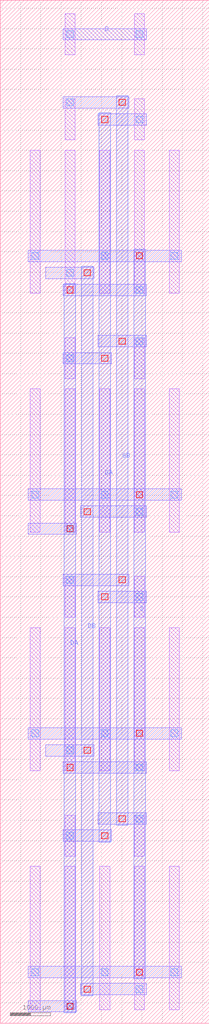
<source format=lef>
MACRO DP_NMOS_B_6171529_X1_Y4
  UNITS 
    DATABASE MICRONS UNITS 1000;
  END UNITS 
  ORIGIN 0 0 ;
  FOREIGN DP_NMOS_B_6171529_X1_Y4 0 0 ;
  SIZE 5160 BY 25200 ;
  PIN B
    DIRECTION INOUT ;
    USE SIGNAL ;
    PORT
      LAYER M2 ;
        RECT 1550 24220 3610 24500 ;
    END
  END B
  PIN DA
    DIRECTION INOUT ;
    USE SIGNAL ;
    PORT
      LAYER M3 ;
        RECT 1580 260 1860 18220 ;
    END
  END DA
  PIN DB
    DIRECTION INOUT ;
    USE SIGNAL ;
    PORT
      LAYER M3 ;
        RECT 2010 680 2290 18640 ;
    END
  END DB
  PIN GA
    DIRECTION INOUT ;
    USE SIGNAL ;
    PORT
      LAYER M3 ;
        RECT 2440 4460 2720 22420 ;
    END
  END GA
  PIN GB
    DIRECTION INOUT ;
    USE SIGNAL ;
    PORT
      LAYER M3 ;
        RECT 2870 4880 3150 22840 ;
    END
  END GB
  PIN S
    DIRECTION INOUT ;
    USE SIGNAL ;
    PORT
      LAYER M3 ;
        RECT 3300 1100 3580 19060 ;
    END
  END S
  OBS
    LAYER M1 ;
      RECT 1595 335 1845 3865 ;
    LAYER M1 ;
      RECT 1595 4115 1845 5125 ;
    LAYER M1 ;
      RECT 1595 6215 1845 9745 ;
    LAYER M1 ;
      RECT 1595 9995 1845 11005 ;
    LAYER M1 ;
      RECT 1595 12095 1845 15625 ;
    LAYER M1 ;
      RECT 1595 15875 1845 16885 ;
    LAYER M1 ;
      RECT 1595 17975 1845 21505 ;
    LAYER M1 ;
      RECT 1595 21755 1845 22765 ;
    LAYER M1 ;
      RECT 1595 23855 1845 24865 ;
    LAYER M1 ;
      RECT 735 335 985 3865 ;
    LAYER M1 ;
      RECT 735 6215 985 9745 ;
    LAYER M1 ;
      RECT 735 12095 985 15625 ;
    LAYER M1 ;
      RECT 735 17975 985 21505 ;
    LAYER M1 ;
      RECT 2455 335 2705 3865 ;
    LAYER M1 ;
      RECT 2455 6215 2705 9745 ;
    LAYER M1 ;
      RECT 2455 12095 2705 15625 ;
    LAYER M1 ;
      RECT 2455 17975 2705 21505 ;
    LAYER M1 ;
      RECT 3315 335 3565 3865 ;
    LAYER M1 ;
      RECT 3315 4115 3565 5125 ;
    LAYER M1 ;
      RECT 3315 6215 3565 9745 ;
    LAYER M1 ;
      RECT 3315 9995 3565 11005 ;
    LAYER M1 ;
      RECT 3315 12095 3565 15625 ;
    LAYER M1 ;
      RECT 3315 15875 3565 16885 ;
    LAYER M1 ;
      RECT 3315 17975 3565 21505 ;
    LAYER M1 ;
      RECT 3315 21755 3565 22765 ;
    LAYER M1 ;
      RECT 3315 23855 3565 24865 ;
    LAYER M1 ;
      RECT 4175 335 4425 3865 ;
    LAYER M1 ;
      RECT 4175 6215 4425 9745 ;
    LAYER M1 ;
      RECT 4175 12095 4425 15625 ;
    LAYER M1 ;
      RECT 4175 17975 4425 21505 ;
    LAYER M2 ;
      RECT 690 280 1890 560 ;
    LAYER M2 ;
      RECT 1980 700 3610 980 ;
    LAYER M2 ;
      RECT 1550 4480 2750 4760 ;
    LAYER M2 ;
      RECT 2410 4900 3610 5180 ;
    LAYER M2 ;
      RECT 690 1120 4470 1400 ;
    LAYER M2 ;
      RECT 1550 6160 3610 6440 ;
    LAYER M2 ;
      RECT 1120 6580 2320 6860 ;
    LAYER M2 ;
      RECT 2410 10360 3610 10640 ;
    LAYER M2 ;
      RECT 1550 10780 3180 11060 ;
    LAYER M2 ;
      RECT 690 7000 4470 7280 ;
    LAYER M2 ;
      RECT 690 12040 1890 12320 ;
    LAYER M2 ;
      RECT 1980 12460 3610 12740 ;
    LAYER M2 ;
      RECT 1550 16240 2750 16520 ;
    LAYER M2 ;
      RECT 2410 16660 3610 16940 ;
    LAYER M2 ;
      RECT 690 12880 4470 13160 ;
    LAYER M2 ;
      RECT 1550 17920 3610 18200 ;
    LAYER M2 ;
      RECT 1120 18340 2320 18620 ;
    LAYER M2 ;
      RECT 2410 22120 3610 22400 ;
    LAYER M2 ;
      RECT 1550 22540 3180 22820 ;
    LAYER M2 ;
      RECT 690 18760 4470 19040 ;
    LAYER V1 ;
      RECT 1635 335 1805 505 ;
    LAYER V1 ;
      RECT 1635 4535 1805 4705 ;
    LAYER V1 ;
      RECT 1635 6635 1805 6805 ;
    LAYER V1 ;
      RECT 1635 10835 1805 11005 ;
    LAYER V1 ;
      RECT 1635 12095 1805 12265 ;
    LAYER V1 ;
      RECT 1635 16295 1805 16465 ;
    LAYER V1 ;
      RECT 1635 18395 1805 18565 ;
    LAYER V1 ;
      RECT 1635 22595 1805 22765 ;
    LAYER V1 ;
      RECT 1635 24275 1805 24445 ;
    LAYER V1 ;
      RECT 3355 755 3525 925 ;
    LAYER V1 ;
      RECT 3355 4955 3525 5125 ;
    LAYER V1 ;
      RECT 3355 6215 3525 6385 ;
    LAYER V1 ;
      RECT 3355 10415 3525 10585 ;
    LAYER V1 ;
      RECT 3355 12515 3525 12685 ;
    LAYER V1 ;
      RECT 3355 16715 3525 16885 ;
    LAYER V1 ;
      RECT 3355 17975 3525 18145 ;
    LAYER V1 ;
      RECT 3355 22175 3525 22345 ;
    LAYER V1 ;
      RECT 3355 24275 3525 24445 ;
    LAYER V1 ;
      RECT 4215 1175 4385 1345 ;
    LAYER V1 ;
      RECT 4215 7055 4385 7225 ;
    LAYER V1 ;
      RECT 4215 12935 4385 13105 ;
    LAYER V1 ;
      RECT 4215 18815 4385 18985 ;
    LAYER V1 ;
      RECT 775 1175 945 1345 ;
    LAYER V1 ;
      RECT 775 7055 945 7225 ;
    LAYER V1 ;
      RECT 775 12935 945 13105 ;
    LAYER V1 ;
      RECT 775 18815 945 18985 ;
    LAYER V1 ;
      RECT 2495 1175 2665 1345 ;
    LAYER V1 ;
      RECT 2495 7055 2665 7225 ;
    LAYER V1 ;
      RECT 2495 12935 2665 13105 ;
    LAYER V1 ;
      RECT 2495 18815 2665 18985 ;
    LAYER V2 ;
      RECT 1645 345 1795 495 ;
    LAYER V2 ;
      RECT 1645 6225 1795 6375 ;
    LAYER V2 ;
      RECT 1645 12105 1795 12255 ;
    LAYER V2 ;
      RECT 1645 17985 1795 18135 ;
    LAYER V2 ;
      RECT 2075 765 2225 915 ;
    LAYER V2 ;
      RECT 2075 6645 2225 6795 ;
    LAYER V2 ;
      RECT 2075 12525 2225 12675 ;
    LAYER V2 ;
      RECT 2075 18405 2225 18555 ;
    LAYER V2 ;
      RECT 2505 4545 2655 4695 ;
    LAYER V2 ;
      RECT 2505 10425 2655 10575 ;
    LAYER V2 ;
      RECT 2505 16305 2655 16455 ;
    LAYER V2 ;
      RECT 2505 22185 2655 22335 ;
    LAYER V2 ;
      RECT 2935 4965 3085 5115 ;
    LAYER V2 ;
      RECT 2935 10845 3085 10995 ;
    LAYER V2 ;
      RECT 2935 16725 3085 16875 ;
    LAYER V2 ;
      RECT 2935 22605 3085 22755 ;
    LAYER V2 ;
      RECT 3365 1185 3515 1335 ;
    LAYER V2 ;
      RECT 3365 7065 3515 7215 ;
    LAYER V2 ;
      RECT 3365 12945 3515 13095 ;
    LAYER V2 ;
      RECT 3365 18825 3515 18975 ;
  END
END DP_NMOS_B_6171529_X1_Y4

</source>
